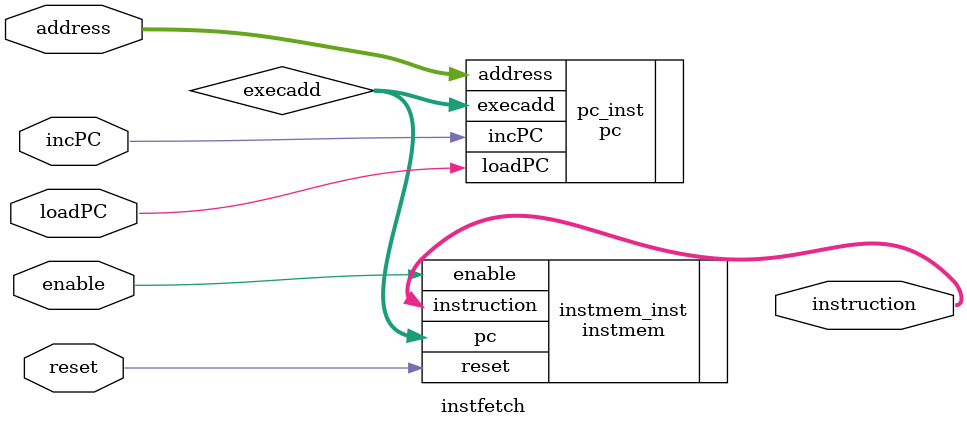
<source format=v>
`timescale 1ns/1ns
`include "pc.v"
`include "instmem.v"

module instfetch(
    input loadPC,
    input incPC,
    input [5:0] address,
    input reset,
    input enable,
    output [15:0] instruction
);

    wire [5:0] execadd;

    // Instantiate the pc module
    pc pc_inst (
        .loadPC(loadPC),
        .incPC(incPC),
        .address(address),
        .execadd(execadd)
    );

    // Instantiate the instmem module
    instmem instmem_inst (
        .instruction(instruction),
        .pc(execadd),
        .reset(reset),
        .enable(enable)
    );

endmodule

</source>
